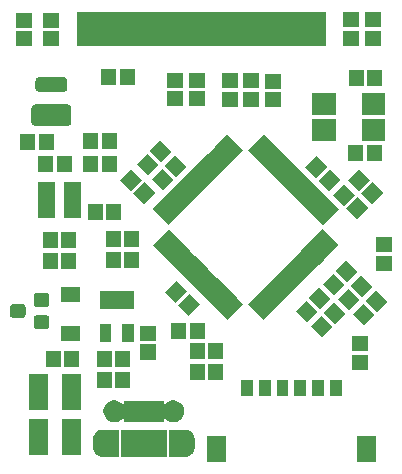
<source format=gts>
G04 #@! TF.GenerationSoftware,KiCad,Pcbnew,5.0.2+dfsg1-1*
G04 #@! TF.CreationDate,2019-09-05T11:37:23+02:00*
G04 #@! TF.ProjectId,xling,786c696e-672e-46b6-9963-61645f706362,0.3*
G04 #@! TF.SameCoordinates,Original*
G04 #@! TF.FileFunction,Soldermask,Top*
G04 #@! TF.FilePolarity,Negative*
%FSLAX46Y46*%
G04 Gerber Fmt 4.6, Leading zero omitted, Abs format (unit mm)*
G04 Created by KiCad (PCBNEW 5.0.2+dfsg1-1) date Thu 05 Sep 2019 11:37:23 CEST*
%MOMM*%
%LPD*%
G01*
G04 APERTURE LIST*
%ADD10C,0.100000*%
G04 APERTURE END LIST*
D10*
G36*
X84462000Y-85955000D02*
X82812000Y-85955000D01*
X82812000Y-83755000D01*
X84462000Y-83755000D01*
X84462000Y-85955000D01*
X84462000Y-85955000D01*
G37*
G36*
X71752000Y-85955000D02*
X70102000Y-85955000D01*
X70102000Y-83755000D01*
X71752000Y-83755000D01*
X71752000Y-85955000D01*
X71752000Y-85955000D01*
G37*
G36*
X61318848Y-83197259D02*
X61323749Y-83197500D01*
X62682000Y-83197500D01*
X62682000Y-85497500D01*
X61323748Y-85497500D01*
X61318847Y-85497741D01*
X61282000Y-85501370D01*
X61245152Y-85497741D01*
X61240251Y-85497500D01*
X61080234Y-85497500D01*
X61078194Y-85490776D01*
X61073573Y-85482131D01*
X61067355Y-85474555D01*
X61059779Y-85468337D01*
X61051134Y-85463716D01*
X61046514Y-85462063D01*
X60974372Y-85440180D01*
X60835393Y-85365893D01*
X60757457Y-85301932D01*
X60713578Y-85265922D01*
X60613607Y-85144105D01*
X60613605Y-85144102D01*
X60539320Y-85005127D01*
X60493576Y-84854326D01*
X60482000Y-84736794D01*
X60482000Y-83958205D01*
X60493576Y-83840673D01*
X60539321Y-83689872D01*
X60613608Y-83550893D01*
X60713579Y-83429078D01*
X60835394Y-83329107D01*
X60974373Y-83254820D01*
X61046514Y-83232937D01*
X61055570Y-83229186D01*
X61063719Y-83223741D01*
X61070650Y-83216810D01*
X61076096Y-83208660D01*
X61079847Y-83199604D01*
X61080265Y-83197500D01*
X61240252Y-83197500D01*
X61245153Y-83197259D01*
X61282000Y-83193630D01*
X61318848Y-83197259D01*
X61318848Y-83197259D01*
G37*
G36*
X68318847Y-83197259D02*
X68323748Y-83197500D01*
X68483766Y-83197500D01*
X68485806Y-83204224D01*
X68490427Y-83212869D01*
X68496645Y-83220445D01*
X68504221Y-83226663D01*
X68512866Y-83231284D01*
X68517486Y-83232937D01*
X68589627Y-83254820D01*
X68728602Y-83329105D01*
X68728603Y-83329106D01*
X68728605Y-83329107D01*
X68850422Y-83429078D01*
X68850424Y-83429081D01*
X68950393Y-83550893D01*
X69024680Y-83689872D01*
X69070424Y-83840673D01*
X69082000Y-83958205D01*
X69082000Y-84736795D01*
X69070424Y-84854327D01*
X69024680Y-85005128D01*
X68950393Y-85144107D01*
X68850422Y-85265922D01*
X68728607Y-85365893D01*
X68589628Y-85440180D01*
X68517486Y-85462063D01*
X68508431Y-85465814D01*
X68500281Y-85471259D01*
X68493350Y-85478190D01*
X68487904Y-85486340D01*
X68484153Y-85495395D01*
X68483734Y-85497500D01*
X68323749Y-85497500D01*
X68318848Y-85497741D01*
X68282000Y-85501370D01*
X68245153Y-85497741D01*
X68240252Y-85497500D01*
X66882000Y-85497500D01*
X66882000Y-83197500D01*
X68240251Y-83197500D01*
X68245152Y-83197259D01*
X68282000Y-83193630D01*
X68318847Y-83197259D01*
X68318847Y-83197259D01*
G37*
G36*
X66732000Y-85497500D02*
X62832000Y-85497500D01*
X62832000Y-83197500D01*
X66732000Y-83197500D01*
X66732000Y-85497500D01*
X66732000Y-85497500D01*
G37*
G36*
X59502000Y-85345000D02*
X57852000Y-85345000D01*
X57852000Y-82295000D01*
X59502000Y-82295000D01*
X59502000Y-85345000D01*
X59502000Y-85345000D01*
G37*
G36*
X56702000Y-85345000D02*
X55052000Y-85345000D01*
X55052000Y-82295000D01*
X56702000Y-82295000D01*
X56702000Y-85345000D01*
X56702000Y-85345000D01*
G37*
G36*
X62551811Y-80758046D02*
X62551814Y-80758047D01*
X62551813Y-80758047D01*
X62720152Y-80827775D01*
X62720155Y-80827777D01*
X62871653Y-80929004D01*
X62996645Y-81053996D01*
X63004221Y-81060214D01*
X63012866Y-81064835D01*
X63022245Y-81067680D01*
X63032000Y-81068641D01*
X63041755Y-81067680D01*
X63051134Y-81064835D01*
X63059779Y-81060214D01*
X63067355Y-81053996D01*
X63073573Y-81046420D01*
X63078194Y-81037775D01*
X63081039Y-81028396D01*
X63082000Y-81018641D01*
X63082000Y-80772500D01*
X66482000Y-80772500D01*
X66482000Y-81018641D01*
X66482961Y-81028396D01*
X66485806Y-81037775D01*
X66490427Y-81046420D01*
X66496645Y-81053996D01*
X66504221Y-81060214D01*
X66512866Y-81064835D01*
X66522245Y-81067680D01*
X66532000Y-81068641D01*
X66541755Y-81067680D01*
X66551134Y-81064835D01*
X66559779Y-81060214D01*
X66567355Y-81053996D01*
X66692347Y-80929004D01*
X66843845Y-80827777D01*
X66843848Y-80827775D01*
X67012187Y-80758047D01*
X67012186Y-80758047D01*
X67012189Y-80758046D01*
X67190894Y-80722500D01*
X67373106Y-80722500D01*
X67551811Y-80758046D01*
X67551814Y-80758047D01*
X67551813Y-80758047D01*
X67720152Y-80827775D01*
X67720155Y-80827777D01*
X67871653Y-80929004D01*
X68000496Y-81057847D01*
X68101723Y-81209345D01*
X68101725Y-81209348D01*
X68158575Y-81346596D01*
X68171454Y-81377689D01*
X68207000Y-81556394D01*
X68207000Y-81738606D01*
X68171454Y-81917311D01*
X68171453Y-81917313D01*
X68101725Y-82085652D01*
X68101723Y-82085655D01*
X68000496Y-82237153D01*
X67871653Y-82365996D01*
X67720155Y-82467223D01*
X67720152Y-82467225D01*
X67586706Y-82522500D01*
X67551811Y-82536954D01*
X67373106Y-82572500D01*
X67190894Y-82572500D01*
X67012189Y-82536954D01*
X66977294Y-82522500D01*
X66843848Y-82467225D01*
X66843845Y-82467223D01*
X66692347Y-82365996D01*
X66567355Y-82241004D01*
X66559779Y-82234786D01*
X66551134Y-82230165D01*
X66541755Y-82227320D01*
X66532000Y-82226359D01*
X66522245Y-82227320D01*
X66512866Y-82230165D01*
X66504221Y-82234786D01*
X66496645Y-82241004D01*
X66490427Y-82248580D01*
X66485806Y-82257225D01*
X66482961Y-82266604D01*
X66482000Y-82276359D01*
X66482000Y-82522500D01*
X63082000Y-82522500D01*
X63082000Y-82276359D01*
X63081039Y-82266604D01*
X63078194Y-82257225D01*
X63073573Y-82248580D01*
X63067355Y-82241004D01*
X63059779Y-82234786D01*
X63051134Y-82230165D01*
X63041755Y-82227320D01*
X63032000Y-82226359D01*
X63022245Y-82227320D01*
X63012866Y-82230165D01*
X63004221Y-82234786D01*
X62996645Y-82241004D01*
X62871653Y-82365996D01*
X62720155Y-82467223D01*
X62720152Y-82467225D01*
X62586706Y-82522500D01*
X62551811Y-82536954D01*
X62373106Y-82572500D01*
X62190894Y-82572500D01*
X62012189Y-82536954D01*
X61977294Y-82522500D01*
X61843848Y-82467225D01*
X61843845Y-82467223D01*
X61692347Y-82365996D01*
X61563504Y-82237153D01*
X61462277Y-82085655D01*
X61462275Y-82085652D01*
X61392547Y-81917313D01*
X61392546Y-81917311D01*
X61357000Y-81738606D01*
X61357000Y-81556394D01*
X61392546Y-81377689D01*
X61405425Y-81346596D01*
X61462275Y-81209348D01*
X61462277Y-81209345D01*
X61563504Y-81057847D01*
X61692347Y-80929004D01*
X61843845Y-80827777D01*
X61843848Y-80827775D01*
X62012187Y-80758047D01*
X62012186Y-80758047D01*
X62012189Y-80758046D01*
X62190894Y-80722500D01*
X62373106Y-80722500D01*
X62551811Y-80758046D01*
X62551811Y-80758046D01*
G37*
G36*
X56702000Y-81535000D02*
X55052000Y-81535000D01*
X55052000Y-78485000D01*
X56702000Y-78485000D01*
X56702000Y-81535000D01*
X56702000Y-81535000D01*
G37*
G36*
X59502000Y-81535000D02*
X57852000Y-81535000D01*
X57852000Y-78485000D01*
X59502000Y-78485000D01*
X59502000Y-81535000D01*
X59502000Y-81535000D01*
G37*
G36*
X75532000Y-80365000D02*
X74532000Y-80365000D01*
X74532000Y-78965000D01*
X75532000Y-78965000D01*
X75532000Y-80365000D01*
X75532000Y-80365000D01*
G37*
G36*
X74032000Y-80365000D02*
X73032000Y-80365000D01*
X73032000Y-78965000D01*
X74032000Y-78965000D01*
X74032000Y-80365000D01*
X74032000Y-80365000D01*
G37*
G36*
X77032000Y-80365000D02*
X76032000Y-80365000D01*
X76032000Y-78965000D01*
X77032000Y-78965000D01*
X77032000Y-80365000D01*
X77032000Y-80365000D01*
G37*
G36*
X81532000Y-80365000D02*
X80532000Y-80365000D01*
X80532000Y-78965000D01*
X81532000Y-78965000D01*
X81532000Y-80365000D01*
X81532000Y-80365000D01*
G37*
G36*
X80032000Y-80365000D02*
X79032000Y-80365000D01*
X79032000Y-78965000D01*
X80032000Y-78965000D01*
X80032000Y-80365000D01*
X80032000Y-80365000D01*
G37*
G36*
X78532000Y-80365000D02*
X77532000Y-80365000D01*
X77532000Y-78965000D01*
X78532000Y-78965000D01*
X78532000Y-80365000D01*
X78532000Y-80365000D01*
G37*
G36*
X63655000Y-79669000D02*
X62380000Y-79669000D01*
X62380000Y-78319000D01*
X63655000Y-78319000D01*
X63655000Y-79669000D01*
X63655000Y-79669000D01*
G37*
G36*
X62080000Y-79669000D02*
X60805000Y-79669000D01*
X60805000Y-78319000D01*
X62080000Y-78319000D01*
X62080000Y-79669000D01*
X62080000Y-79669000D01*
G37*
G36*
X71529000Y-79008600D02*
X70254000Y-79008600D01*
X70254000Y-77658600D01*
X71529000Y-77658600D01*
X71529000Y-79008600D01*
X71529000Y-79008600D01*
G37*
G36*
X69954000Y-79008600D02*
X68679000Y-79008600D01*
X68679000Y-77658600D01*
X69954000Y-77658600D01*
X69954000Y-79008600D01*
X69954000Y-79008600D01*
G37*
G36*
X83733000Y-78133000D02*
X82383000Y-78133000D01*
X82383000Y-76858000D01*
X83733000Y-76858000D01*
X83733000Y-78133000D01*
X83733000Y-78133000D01*
G37*
G36*
X59337000Y-77891000D02*
X58062000Y-77891000D01*
X58062000Y-76541000D01*
X59337000Y-76541000D01*
X59337000Y-77891000D01*
X59337000Y-77891000D01*
G37*
G36*
X62080000Y-77891000D02*
X60805000Y-77891000D01*
X60805000Y-76541000D01*
X62080000Y-76541000D01*
X62080000Y-77891000D01*
X62080000Y-77891000D01*
G37*
G36*
X63655000Y-77891000D02*
X62380000Y-77891000D01*
X62380000Y-76541000D01*
X63655000Y-76541000D01*
X63655000Y-77891000D01*
X63655000Y-77891000D01*
G37*
G36*
X57762000Y-77891000D02*
X56487000Y-77891000D01*
X56487000Y-76541000D01*
X57762000Y-76541000D01*
X57762000Y-77891000D01*
X57762000Y-77891000D01*
G37*
G36*
X65800600Y-77269400D02*
X64450600Y-77269400D01*
X64450600Y-75994400D01*
X65800600Y-75994400D01*
X65800600Y-77269400D01*
X65800600Y-77269400D01*
G37*
G36*
X71529000Y-77230600D02*
X70254000Y-77230600D01*
X70254000Y-75880600D01*
X71529000Y-75880600D01*
X71529000Y-77230600D01*
X71529000Y-77230600D01*
G37*
G36*
X69954000Y-77230600D02*
X68679000Y-77230600D01*
X68679000Y-75880600D01*
X69954000Y-75880600D01*
X69954000Y-77230600D01*
X69954000Y-77230600D01*
G37*
G36*
X83733000Y-76558000D02*
X82383000Y-76558000D01*
X82383000Y-75283000D01*
X83733000Y-75283000D01*
X83733000Y-76558000D01*
X83733000Y-76558000D01*
G37*
G36*
X62034000Y-75760000D02*
X61034000Y-75760000D01*
X61034000Y-74260000D01*
X62034000Y-74260000D01*
X62034000Y-75760000D01*
X62034000Y-75760000D01*
G37*
G36*
X63934000Y-75760000D02*
X62934000Y-75760000D01*
X62934000Y-74260000D01*
X63934000Y-74260000D01*
X63934000Y-75760000D01*
X63934000Y-75760000D01*
G37*
G36*
X59347000Y-75706000D02*
X57747000Y-75706000D01*
X57747000Y-74406000D01*
X59347000Y-74406000D01*
X59347000Y-75706000D01*
X59347000Y-75706000D01*
G37*
G36*
X65800600Y-75694400D02*
X64450600Y-75694400D01*
X64450600Y-74419400D01*
X65800600Y-74419400D01*
X65800600Y-75694400D01*
X65800600Y-75694400D01*
G37*
G36*
X68379200Y-75503400D02*
X67104200Y-75503400D01*
X67104200Y-74153400D01*
X68379200Y-74153400D01*
X68379200Y-75503400D01*
X68379200Y-75503400D01*
G37*
G36*
X69954200Y-75503400D02*
X68679200Y-75503400D01*
X68679200Y-74153400D01*
X69954200Y-74153400D01*
X69954200Y-75503400D01*
X69954200Y-75503400D01*
G37*
G36*
X80762231Y-74497364D02*
X79860670Y-75398925D01*
X78906075Y-74444330D01*
X79807636Y-73542769D01*
X80762231Y-74497364D01*
X80762231Y-74497364D01*
G37*
G36*
X56546602Y-73507521D02*
X56598145Y-73523156D01*
X56645648Y-73548547D01*
X56687284Y-73582716D01*
X56721453Y-73624352D01*
X56746844Y-73671855D01*
X56762479Y-73723398D01*
X56768000Y-73779454D01*
X56768000Y-74424546D01*
X56762479Y-74480602D01*
X56746844Y-74532145D01*
X56721453Y-74579648D01*
X56687284Y-74621284D01*
X56645648Y-74655453D01*
X56598145Y-74680844D01*
X56546602Y-74696479D01*
X56490546Y-74702000D01*
X55745454Y-74702000D01*
X55689398Y-74696479D01*
X55637855Y-74680844D01*
X55590352Y-74655453D01*
X55548716Y-74621284D01*
X55514547Y-74579648D01*
X55489156Y-74532145D01*
X55473521Y-74480602D01*
X55468000Y-74424546D01*
X55468000Y-73779454D01*
X55473521Y-73723398D01*
X55489156Y-73671855D01*
X55514547Y-73624352D01*
X55548716Y-73582716D01*
X55590352Y-73548547D01*
X55637855Y-73523156D01*
X55689398Y-73507521D01*
X55745454Y-73502000D01*
X56490546Y-73502000D01*
X56546602Y-73507521D01*
X56546602Y-73507521D01*
G37*
G36*
X84318231Y-73481364D02*
X83416670Y-74382925D01*
X82462075Y-73428330D01*
X83363636Y-72526769D01*
X84318231Y-73481364D01*
X84318231Y-73481364D01*
G37*
G36*
X81875925Y-73383670D02*
X80974364Y-74285231D01*
X80019769Y-73330636D01*
X80921330Y-72429075D01*
X81875925Y-73383670D01*
X81875925Y-73383670D01*
G37*
G36*
X79492231Y-73227364D02*
X78590670Y-74128925D01*
X77636075Y-73174330D01*
X78537636Y-72272769D01*
X79492231Y-73227364D01*
X79492231Y-73227364D01*
G37*
G36*
X67413271Y-66764785D02*
X67413277Y-66764790D01*
X68721413Y-68072926D01*
X68721418Y-68072932D01*
X69110327Y-68461841D01*
X69110333Y-68461846D01*
X69852784Y-69204297D01*
X69852789Y-69204303D01*
X70241698Y-69593212D01*
X70241704Y-69593217D01*
X70984155Y-70335668D01*
X70984160Y-70335674D01*
X71373069Y-70724583D01*
X71373075Y-70724588D01*
X72681211Y-72032724D01*
X72681216Y-72032730D01*
X73211546Y-72563060D01*
X71868042Y-73906564D01*
X71160941Y-73199463D01*
X71160936Y-73199457D01*
X70206342Y-72244863D01*
X70206336Y-72244858D01*
X69463885Y-71502407D01*
X69463880Y-71502401D01*
X69074971Y-71113492D01*
X69074965Y-71113487D01*
X68332514Y-70371036D01*
X68332509Y-70371030D01*
X67943600Y-69982121D01*
X67943594Y-69982116D01*
X67201143Y-69239665D01*
X67201138Y-69239659D01*
X66246544Y-68285065D01*
X66246538Y-68285060D01*
X65539436Y-67577958D01*
X66882940Y-66234454D01*
X67413271Y-66764785D01*
X67413271Y-66764785D01*
G37*
G36*
X81272564Y-67577958D02*
X80565457Y-68285065D01*
X79999771Y-68850750D01*
X79610863Y-69239659D01*
X76605659Y-72244863D01*
X76039973Y-72810548D01*
X75651065Y-73199457D01*
X74943958Y-73906564D01*
X73600454Y-72563060D01*
X74130785Y-72032730D01*
X74130794Y-72032719D01*
X75438921Y-70724592D01*
X75438932Y-70724583D01*
X75827841Y-70335674D01*
X75827850Y-70335663D01*
X76570292Y-69593221D01*
X76570303Y-69593212D01*
X76959212Y-69204303D01*
X76959221Y-69204292D01*
X77701663Y-68461850D01*
X77701674Y-68461841D01*
X78090583Y-68072932D01*
X78090592Y-68072921D01*
X79398719Y-66764794D01*
X79398730Y-66764785D01*
X79929060Y-66234454D01*
X81272564Y-67577958D01*
X81272564Y-67577958D01*
G37*
G36*
X54546602Y-72557521D02*
X54598145Y-72573156D01*
X54645648Y-72598547D01*
X54687284Y-72632716D01*
X54721453Y-72674352D01*
X54746844Y-72721855D01*
X54762479Y-72773398D01*
X54768000Y-72829454D01*
X54768000Y-73474546D01*
X54762479Y-73530602D01*
X54746844Y-73582145D01*
X54721453Y-73629648D01*
X54687284Y-73671284D01*
X54645648Y-73705453D01*
X54598145Y-73730844D01*
X54546602Y-73746479D01*
X54490546Y-73752000D01*
X53745454Y-73752000D01*
X53689398Y-73746479D01*
X53637855Y-73730844D01*
X53590352Y-73705453D01*
X53548716Y-73671284D01*
X53514547Y-73629648D01*
X53489156Y-73582145D01*
X53473521Y-73530602D01*
X53468000Y-73474546D01*
X53468000Y-72829454D01*
X53473521Y-72773398D01*
X53489156Y-72721855D01*
X53514547Y-72674352D01*
X53548716Y-72632716D01*
X53590352Y-72598547D01*
X53637855Y-72573156D01*
X53689398Y-72557521D01*
X53745454Y-72552000D01*
X54490546Y-72552000D01*
X54546602Y-72557521D01*
X54546602Y-72557521D01*
G37*
G36*
X69556925Y-72602830D02*
X68602330Y-73557425D01*
X67700769Y-72655864D01*
X68655364Y-71701269D01*
X69556925Y-72602830D01*
X69556925Y-72602830D01*
G37*
G36*
X85431925Y-72367670D02*
X84530364Y-73269231D01*
X83575769Y-72314636D01*
X84477330Y-71413075D01*
X85431925Y-72367670D01*
X85431925Y-72367670D01*
G37*
G36*
X83048231Y-72211364D02*
X82146670Y-73112925D01*
X81192075Y-72158330D01*
X82093636Y-71256769D01*
X83048231Y-72211364D01*
X83048231Y-72211364D01*
G37*
G36*
X80605925Y-72113670D02*
X79704364Y-73015231D01*
X78749769Y-72060636D01*
X79651330Y-71159075D01*
X80605925Y-72113670D01*
X80605925Y-72113670D01*
G37*
G36*
X63934000Y-72960000D02*
X61034000Y-72960000D01*
X61034000Y-71460000D01*
X63934000Y-71460000D01*
X63934000Y-72960000D01*
X63934000Y-72960000D01*
G37*
G36*
X56546602Y-71607521D02*
X56598145Y-71623156D01*
X56645648Y-71648547D01*
X56687284Y-71682716D01*
X56721453Y-71724352D01*
X56746844Y-71771855D01*
X56762479Y-71823398D01*
X56768000Y-71879454D01*
X56768000Y-72524546D01*
X56762479Y-72580602D01*
X56746844Y-72632145D01*
X56721453Y-72679648D01*
X56687284Y-72721284D01*
X56645648Y-72755453D01*
X56598145Y-72780844D01*
X56546602Y-72796479D01*
X56490546Y-72802000D01*
X55745454Y-72802000D01*
X55689398Y-72796479D01*
X55637855Y-72780844D01*
X55590352Y-72755453D01*
X55548716Y-72721284D01*
X55514547Y-72679648D01*
X55489156Y-72632145D01*
X55473521Y-72580602D01*
X55468000Y-72524546D01*
X55468000Y-71879454D01*
X55473521Y-71823398D01*
X55489156Y-71771855D01*
X55514547Y-71724352D01*
X55548716Y-71682716D01*
X55590352Y-71648547D01*
X55637855Y-71623156D01*
X55689398Y-71607521D01*
X55745454Y-71602000D01*
X56490546Y-71602000D01*
X56546602Y-71607521D01*
X56546602Y-71607521D01*
G37*
G36*
X68443231Y-71489136D02*
X67488636Y-72443731D01*
X66587075Y-71542170D01*
X67541670Y-70587575D01*
X68443231Y-71489136D01*
X68443231Y-71489136D01*
G37*
G36*
X59347000Y-72406000D02*
X57747000Y-72406000D01*
X57747000Y-71106000D01*
X59347000Y-71106000D01*
X59347000Y-72406000D01*
X59347000Y-72406000D01*
G37*
G36*
X84161925Y-71097670D02*
X83260364Y-71999231D01*
X82305769Y-71044636D01*
X83207330Y-70143075D01*
X84161925Y-71097670D01*
X84161925Y-71097670D01*
G37*
G36*
X81778231Y-70941364D02*
X80876670Y-71842925D01*
X79922075Y-70888330D01*
X80823636Y-69986769D01*
X81778231Y-70941364D01*
X81778231Y-70941364D01*
G37*
G36*
X82891925Y-69827670D02*
X81990364Y-70729231D01*
X81035769Y-69774636D01*
X81937330Y-68873075D01*
X82891925Y-69827670D01*
X82891925Y-69827670D01*
G37*
G36*
X85765000Y-69751000D02*
X84415000Y-69751000D01*
X84415000Y-68476000D01*
X85765000Y-68476000D01*
X85765000Y-69751000D01*
X85765000Y-69751000D01*
G37*
G36*
X59083000Y-69636000D02*
X57808000Y-69636000D01*
X57808000Y-68286000D01*
X59083000Y-68286000D01*
X59083000Y-69636000D01*
X59083000Y-69636000D01*
G37*
G36*
X57508000Y-69636000D02*
X56233000Y-69636000D01*
X56233000Y-68286000D01*
X57508000Y-68286000D01*
X57508000Y-69636000D01*
X57508000Y-69636000D01*
G37*
G36*
X64417000Y-69509000D02*
X63142000Y-69509000D01*
X63142000Y-68159000D01*
X64417000Y-68159000D01*
X64417000Y-69509000D01*
X64417000Y-69509000D01*
G37*
G36*
X62842000Y-69509000D02*
X61567000Y-69509000D01*
X61567000Y-68159000D01*
X62842000Y-68159000D01*
X62842000Y-69509000D01*
X62842000Y-69509000D01*
G37*
G36*
X85765000Y-68176000D02*
X84415000Y-68176000D01*
X84415000Y-66901000D01*
X85765000Y-66901000D01*
X85765000Y-68176000D01*
X85765000Y-68176000D01*
G37*
G36*
X57508000Y-67858000D02*
X56233000Y-67858000D01*
X56233000Y-66508000D01*
X57508000Y-66508000D01*
X57508000Y-67858000D01*
X57508000Y-67858000D01*
G37*
G36*
X59083000Y-67858000D02*
X57808000Y-67858000D01*
X57808000Y-66508000D01*
X59083000Y-66508000D01*
X59083000Y-67858000D01*
X59083000Y-67858000D01*
G37*
G36*
X64417000Y-67731000D02*
X63142000Y-67731000D01*
X63142000Y-66381000D01*
X64417000Y-66381000D01*
X64417000Y-67731000D01*
X64417000Y-67731000D01*
G37*
G36*
X62842000Y-67731000D02*
X61567000Y-67731000D01*
X61567000Y-66381000D01*
X62842000Y-66381000D01*
X62842000Y-67731000D01*
X62842000Y-67731000D01*
G37*
G36*
X73211546Y-59516940D02*
X72681216Y-60047271D01*
X67413271Y-65315216D01*
X66882940Y-65845546D01*
X65539436Y-64502042D01*
X66246533Y-63794945D01*
X66246544Y-63794936D01*
X66812229Y-63229250D01*
X67201138Y-62840342D01*
X67201147Y-62840331D01*
X67943589Y-62097889D01*
X67943600Y-62097880D01*
X68332509Y-61708971D01*
X68332518Y-61708960D01*
X69074960Y-60966518D01*
X69074971Y-60966509D01*
X69463880Y-60577600D01*
X69463889Y-60577589D01*
X70206331Y-59835147D01*
X70206342Y-59835138D01*
X70772027Y-59269452D01*
X71160936Y-58880544D01*
X71160945Y-58880533D01*
X71868042Y-58173436D01*
X73211546Y-59516940D01*
X73211546Y-59516940D01*
G37*
G36*
X75651060Y-58880538D02*
X75651065Y-58880544D01*
X76605659Y-59835138D01*
X76605665Y-59835143D01*
X77348116Y-60577594D01*
X77348121Y-60577600D01*
X77737030Y-60966509D01*
X77737036Y-60966514D01*
X78479487Y-61708965D01*
X78479492Y-61708971D01*
X78868401Y-62097880D01*
X78868407Y-62097885D01*
X79610858Y-62840336D01*
X79610863Y-62840342D01*
X80565457Y-63794936D01*
X80565463Y-63794941D01*
X81272564Y-64502042D01*
X79929060Y-65845546D01*
X79398730Y-65315216D01*
X79398724Y-65315211D01*
X78090588Y-64007075D01*
X78090583Y-64007069D01*
X77701674Y-63618160D01*
X77701668Y-63618155D01*
X76959217Y-62875704D01*
X76959212Y-62875698D01*
X76570303Y-62486789D01*
X76570297Y-62486784D01*
X75827846Y-61744333D01*
X75827841Y-61744327D01*
X75438932Y-61355418D01*
X75438926Y-61355413D01*
X74130790Y-60047277D01*
X74130785Y-60047271D01*
X73600454Y-59516940D01*
X74943958Y-58173436D01*
X75651060Y-58880538D01*
X75651060Y-58880538D01*
G37*
G36*
X61318000Y-65445000D02*
X60043000Y-65445000D01*
X60043000Y-64095000D01*
X61318000Y-64095000D01*
X61318000Y-65445000D01*
X61318000Y-65445000D01*
G37*
G36*
X62893000Y-65445000D02*
X61618000Y-65445000D01*
X61618000Y-64095000D01*
X62893000Y-64095000D01*
X62893000Y-65445000D01*
X62893000Y-65445000D01*
G37*
G36*
X83780925Y-64411330D02*
X82826330Y-65365925D01*
X81924769Y-64464364D01*
X82879364Y-63509769D01*
X83780925Y-64411330D01*
X83780925Y-64411330D01*
G37*
G36*
X57258500Y-65254000D02*
X55858500Y-65254000D01*
X55858500Y-62254000D01*
X57258500Y-62254000D01*
X57258500Y-65254000D01*
X57258500Y-65254000D01*
G37*
G36*
X59457500Y-65254000D02*
X58057500Y-65254000D01*
X58057500Y-62254000D01*
X59457500Y-62254000D01*
X59457500Y-65254000D01*
X59457500Y-65254000D01*
G37*
G36*
X82667231Y-63297636D02*
X81712636Y-64252231D01*
X80811075Y-63350670D01*
X81765670Y-62396075D01*
X82667231Y-63297636D01*
X82667231Y-63297636D01*
G37*
G36*
X65746925Y-63141330D02*
X64792330Y-64095925D01*
X63890769Y-63194364D01*
X64845364Y-62239769D01*
X65746925Y-63141330D01*
X65746925Y-63141330D01*
G37*
G36*
X85050925Y-63141330D02*
X84096330Y-64095925D01*
X83194769Y-63194364D01*
X84149364Y-62239769D01*
X85050925Y-63141330D01*
X85050925Y-63141330D01*
G37*
G36*
X81431425Y-62061830D02*
X80476830Y-63016425D01*
X79575269Y-62114864D01*
X80529864Y-61160269D01*
X81431425Y-62061830D01*
X81431425Y-62061830D01*
G37*
G36*
X64633231Y-62027636D02*
X63678636Y-62982231D01*
X62777075Y-62080670D01*
X63731670Y-61126075D01*
X64633231Y-62027636D01*
X64633231Y-62027636D01*
G37*
G36*
X83937231Y-62027636D02*
X82982636Y-62982231D01*
X82081075Y-62080670D01*
X83035670Y-61126075D01*
X83937231Y-62027636D01*
X83937231Y-62027636D01*
G37*
G36*
X67300231Y-62051364D02*
X66398670Y-62952925D01*
X65444075Y-61998330D01*
X66345636Y-61096769D01*
X67300231Y-62051364D01*
X67300231Y-62051364D01*
G37*
G36*
X80317731Y-60948136D02*
X79363136Y-61902731D01*
X78461575Y-61001170D01*
X79416170Y-60046575D01*
X80317731Y-60948136D01*
X80317731Y-60948136D01*
G37*
G36*
X68413925Y-60937670D02*
X67512364Y-61839231D01*
X66557769Y-60884636D01*
X67459330Y-59983075D01*
X68413925Y-60937670D01*
X68413925Y-60937670D01*
G37*
G36*
X66030231Y-60781364D02*
X65128670Y-61682925D01*
X64174075Y-60728330D01*
X65075636Y-59826769D01*
X66030231Y-60781364D01*
X66030231Y-60781364D01*
G37*
G36*
X58702000Y-61381000D02*
X57427000Y-61381000D01*
X57427000Y-60031000D01*
X58702000Y-60031000D01*
X58702000Y-61381000D01*
X58702000Y-61381000D01*
G37*
G36*
X62512000Y-61381000D02*
X61237000Y-61381000D01*
X61237000Y-60031000D01*
X62512000Y-60031000D01*
X62512000Y-61381000D01*
X62512000Y-61381000D01*
G37*
G36*
X60937000Y-61381000D02*
X59662000Y-61381000D01*
X59662000Y-60031000D01*
X60937000Y-60031000D01*
X60937000Y-61381000D01*
X60937000Y-61381000D01*
G37*
G36*
X57127000Y-61381000D02*
X55852000Y-61381000D01*
X55852000Y-60031000D01*
X57127000Y-60031000D01*
X57127000Y-61381000D01*
X57127000Y-61381000D01*
G37*
G36*
X67143925Y-59667670D02*
X66242364Y-60569231D01*
X65287769Y-59614636D01*
X66189330Y-58713075D01*
X67143925Y-59667670D01*
X67143925Y-59667670D01*
G37*
G36*
X84927500Y-60492000D02*
X83652500Y-60492000D01*
X83652500Y-59142000D01*
X84927500Y-59142000D01*
X84927500Y-60492000D01*
X84927500Y-60492000D01*
G37*
G36*
X83352500Y-60492000D02*
X82077500Y-60492000D01*
X82077500Y-59142000D01*
X83352500Y-59142000D01*
X83352500Y-60492000D01*
X83352500Y-60492000D01*
G37*
G36*
X55603000Y-59539500D02*
X54328000Y-59539500D01*
X54328000Y-58189500D01*
X55603000Y-58189500D01*
X55603000Y-59539500D01*
X55603000Y-59539500D01*
G37*
G36*
X57178000Y-59539500D02*
X55903000Y-59539500D01*
X55903000Y-58189500D01*
X57178000Y-58189500D01*
X57178000Y-59539500D01*
X57178000Y-59539500D01*
G37*
G36*
X60937000Y-59476000D02*
X59662000Y-59476000D01*
X59662000Y-58126000D01*
X60937000Y-58126000D01*
X60937000Y-59476000D01*
X60937000Y-59476000D01*
G37*
G36*
X62512000Y-59476000D02*
X61237000Y-59476000D01*
X61237000Y-58126000D01*
X62512000Y-58126000D01*
X62512000Y-59476000D01*
X62512000Y-59476000D01*
G37*
G36*
X85242000Y-58742000D02*
X83242000Y-58742000D01*
X83242000Y-56942000D01*
X85242000Y-56942000D01*
X85242000Y-58742000D01*
X85242000Y-58742000D01*
G37*
G36*
X81042000Y-58742000D02*
X79042000Y-58742000D01*
X79042000Y-56942000D01*
X81042000Y-56942000D01*
X81042000Y-58742000D01*
X81042000Y-58742000D01*
G37*
G36*
X58297243Y-55637383D02*
X58381615Y-55662977D01*
X58459373Y-55704540D01*
X58527527Y-55760473D01*
X58583460Y-55828627D01*
X58625023Y-55906385D01*
X58650617Y-55990757D01*
X58659500Y-56080954D01*
X58659500Y-57076046D01*
X58650617Y-57166243D01*
X58625023Y-57250615D01*
X58583460Y-57328373D01*
X58527527Y-57396527D01*
X58459373Y-57452460D01*
X58381615Y-57494023D01*
X58297243Y-57519617D01*
X58207046Y-57528500D01*
X55711954Y-57528500D01*
X55621757Y-57519617D01*
X55537385Y-57494023D01*
X55459627Y-57452460D01*
X55391473Y-57396527D01*
X55335540Y-57328373D01*
X55293977Y-57250615D01*
X55268383Y-57166243D01*
X55259500Y-57076046D01*
X55259500Y-56080954D01*
X55268383Y-55990757D01*
X55293977Y-55906385D01*
X55335540Y-55828627D01*
X55391473Y-55760473D01*
X55459627Y-55704540D01*
X55537385Y-55662977D01*
X55621757Y-55637383D01*
X55711954Y-55628500D01*
X58207046Y-55628500D01*
X58297243Y-55637383D01*
X58297243Y-55637383D01*
G37*
G36*
X81042000Y-56542000D02*
X79042000Y-56542000D01*
X79042000Y-54742000D01*
X81042000Y-54742000D01*
X81042000Y-56542000D01*
X81042000Y-56542000D01*
G37*
G36*
X85242000Y-56542000D02*
X83242000Y-56542000D01*
X83242000Y-54742000D01*
X85242000Y-54742000D01*
X85242000Y-56542000D01*
X85242000Y-56542000D01*
G37*
G36*
X76367000Y-55908000D02*
X75017000Y-55908000D01*
X75017000Y-54633000D01*
X76367000Y-54633000D01*
X76367000Y-55908000D01*
X76367000Y-55908000D01*
G37*
G36*
X74570048Y-55886111D02*
X73220048Y-55886111D01*
X73220048Y-54611111D01*
X74570048Y-54611111D01*
X74570048Y-55886111D01*
X74570048Y-55886111D01*
G37*
G36*
X72792048Y-55886111D02*
X71442048Y-55886111D01*
X71442048Y-54611111D01*
X72792048Y-54611111D01*
X72792048Y-55886111D01*
X72792048Y-55886111D01*
G37*
G36*
X69953500Y-55844500D02*
X68603500Y-55844500D01*
X68603500Y-54569500D01*
X69953500Y-54569500D01*
X69953500Y-55844500D01*
X69953500Y-55844500D01*
G37*
G36*
X68112000Y-55844500D02*
X66762000Y-55844500D01*
X66762000Y-54569500D01*
X68112000Y-54569500D01*
X68112000Y-55844500D01*
X68112000Y-55844500D01*
G37*
G36*
X58088102Y-53384021D02*
X58139645Y-53399656D01*
X58187148Y-53425047D01*
X58228784Y-53459216D01*
X58262953Y-53500852D01*
X58288344Y-53548355D01*
X58303979Y-53599898D01*
X58309500Y-53655954D01*
X58309500Y-54301046D01*
X58303979Y-54357102D01*
X58288344Y-54408645D01*
X58262953Y-54456148D01*
X58228784Y-54497784D01*
X58187148Y-54531953D01*
X58139645Y-54557344D01*
X58088102Y-54572979D01*
X58032046Y-54578500D01*
X55886954Y-54578500D01*
X55830898Y-54572979D01*
X55779355Y-54557344D01*
X55731852Y-54531953D01*
X55690216Y-54497784D01*
X55656047Y-54456148D01*
X55630656Y-54408645D01*
X55615021Y-54357102D01*
X55609500Y-54301046D01*
X55609500Y-53655954D01*
X55615021Y-53599898D01*
X55630656Y-53548355D01*
X55656047Y-53500852D01*
X55690216Y-53459216D01*
X55731852Y-53425047D01*
X55779355Y-53399656D01*
X55830898Y-53384021D01*
X55886954Y-53378500D01*
X58032046Y-53378500D01*
X58088102Y-53384021D01*
X58088102Y-53384021D01*
G37*
G36*
X76367000Y-54333000D02*
X75017000Y-54333000D01*
X75017000Y-53058000D01*
X76367000Y-53058000D01*
X76367000Y-54333000D01*
X76367000Y-54333000D01*
G37*
G36*
X72792048Y-54311111D02*
X71442048Y-54311111D01*
X71442048Y-53036111D01*
X72792048Y-53036111D01*
X72792048Y-54311111D01*
X72792048Y-54311111D01*
G37*
G36*
X74570048Y-54311111D02*
X73220048Y-54311111D01*
X73220048Y-53036111D01*
X74570048Y-53036111D01*
X74570048Y-54311111D01*
X74570048Y-54311111D01*
G37*
G36*
X69953500Y-54269500D02*
X68603500Y-54269500D01*
X68603500Y-52994500D01*
X69953500Y-52994500D01*
X69953500Y-54269500D01*
X69953500Y-54269500D01*
G37*
G36*
X68112000Y-54269500D02*
X66762000Y-54269500D01*
X66762000Y-52994500D01*
X68112000Y-52994500D01*
X68112000Y-54269500D01*
X68112000Y-54269500D01*
G37*
G36*
X84991000Y-54142000D02*
X83716000Y-54142000D01*
X83716000Y-52792000D01*
X84991000Y-52792000D01*
X84991000Y-54142000D01*
X84991000Y-54142000D01*
G37*
G36*
X83416000Y-54142000D02*
X82141000Y-54142000D01*
X82141000Y-52792000D01*
X83416000Y-52792000D01*
X83416000Y-54142000D01*
X83416000Y-54142000D01*
G37*
G36*
X64036000Y-54015000D02*
X62761000Y-54015000D01*
X62761000Y-52665000D01*
X64036000Y-52665000D01*
X64036000Y-54015000D01*
X64036000Y-54015000D01*
G37*
G36*
X62461000Y-54015000D02*
X61186000Y-54015000D01*
X61186000Y-52665000D01*
X62461000Y-52665000D01*
X62461000Y-54015000D01*
X62461000Y-54015000D01*
G37*
G36*
X57634500Y-50764500D02*
X56284500Y-50764500D01*
X56284500Y-49489500D01*
X57634500Y-49489500D01*
X57634500Y-50764500D01*
X57634500Y-50764500D01*
G37*
G36*
X55285000Y-50764500D02*
X53935000Y-50764500D01*
X53935000Y-49489500D01*
X55285000Y-49489500D01*
X55285000Y-50764500D01*
X55285000Y-50764500D01*
G37*
G36*
X80207000Y-50760000D02*
X59157000Y-50760000D01*
X59157000Y-47860000D01*
X80207000Y-47860000D01*
X80207000Y-50760000D01*
X80207000Y-50760000D01*
G37*
G36*
X84876000Y-50701000D02*
X83526000Y-50701000D01*
X83526000Y-49426000D01*
X84876000Y-49426000D01*
X84876000Y-50701000D01*
X84876000Y-50701000D01*
G37*
G36*
X82971000Y-50701000D02*
X81621000Y-50701000D01*
X81621000Y-49426000D01*
X82971000Y-49426000D01*
X82971000Y-50701000D01*
X82971000Y-50701000D01*
G37*
G36*
X55285000Y-49189500D02*
X53935000Y-49189500D01*
X53935000Y-47914500D01*
X55285000Y-47914500D01*
X55285000Y-49189500D01*
X55285000Y-49189500D01*
G37*
G36*
X57634500Y-49189500D02*
X56284500Y-49189500D01*
X56284500Y-47914500D01*
X57634500Y-47914500D01*
X57634500Y-49189500D01*
X57634500Y-49189500D01*
G37*
G36*
X84876000Y-49126000D02*
X83526000Y-49126000D01*
X83526000Y-47851000D01*
X84876000Y-47851000D01*
X84876000Y-49126000D01*
X84876000Y-49126000D01*
G37*
G36*
X82971000Y-49126000D02*
X81621000Y-49126000D01*
X81621000Y-47851000D01*
X82971000Y-47851000D01*
X82971000Y-49126000D01*
X82971000Y-49126000D01*
G37*
M02*

</source>
